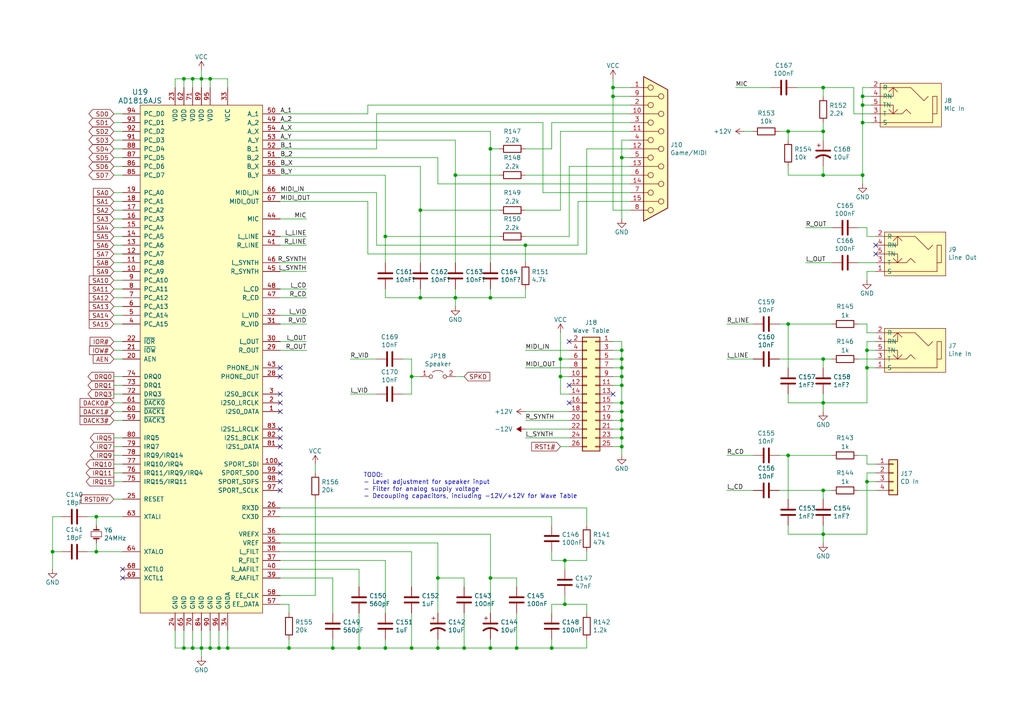
<source format=kicad_sch>
(kicad_sch (version 20231120) (generator "eeschema") (generator_version "8.0")
  (paper "A4")
  (title_block (title "PC110"))
  (junction (at 83.82 187.96))
  (junction (at 55.88 22.86))
  (junction (at 111.76 187.96))
  (junction (at 27.94 160.02))
  (junction (at 142.24 86.36))
  (junction (at 238.76 38.1))
  (junction (at 251.46 106.68))
  (junction (at 63.5 187.96))
  (junction (at 55.88 187.96))
  (junction (at 15.24 160.02))
  (junction (at 180.34 119.38))
  (junction (at 177.8 25.4))
  (junction (at 163.83 175.26))
  (junction (at 180.34 121.92))
  (junction (at 180.34 104.14))
  (junction (at 238.76 154.94))
  (junction (at 180.34 116.84))
  (junction (at 238.76 116.84))
  (junction (at 53.34 187.96))
  (junction (at 104.14 187.96))
  (junction (at 58.42 22.86))
  (junction (at 162.56 104.14))
  (junction (at 111.76 68.58))
  (junction (at 121.92 86.36))
  (junction (at 142.24 167.64))
  (junction (at 96.52 187.96))
  (junction (at 66.04 187.96))
  (junction (at 58.42 187.96))
  (junction (at 27.94 149.86))
  (junction (at 142.24 43.18))
  (junction (at 251.46 139.7))
  (junction (at 127 187.96))
  (junction (at 250.19 50.8))
  (junction (at 177.8 27.94))
  (junction (at 60.96 187.96))
  (junction (at 228.6 132.08))
  (junction (at 60.96 22.86))
  (junction (at 160.02 187.96))
  (junction (at 238.76 25.4))
  (junction (at 180.34 124.46))
  (junction (at 251.46 101.6))
  (junction (at 163.83 162.56))
  (junction (at 180.34 127))
  (junction (at 149.86 187.96))
  (junction (at 134.62 187.96))
  (junction (at 180.34 101.6))
  (junction (at 142.24 187.96))
  (junction (at 121.92 60.96))
  (junction (at 162.56 109.22))
  (junction (at 119.38 109.22))
  (junction (at 180.34 109.22))
  (junction (at 238.76 104.14))
  (junction (at 180.34 111.76))
  (junction (at 180.34 45.72))
  (junction (at 132.08 50.8))
  (junction (at 180.34 129.54))
  (junction (at 250.19 30.48))
  (junction (at 238.76 142.24))
  (junction (at 250.19 35.56))
  (junction (at 238.76 50.8))
  (junction (at 127 167.64))
  (junction (at 250.19 27.94))
  (junction (at 228.6 93.98))
  (junction (at 119.38 187.96))
  (junction (at 53.34 22.86))
  (junction (at 180.34 106.68))
  (junction (at 132.08 86.36))
  (junction (at 152.4 71.12))
  (junction (at 228.6 38.1))
  (no_connect (at 165.1 99.06))
  (no_connect (at 81.28 119.38))
  (no_connect (at 165.1 116.84))
  (no_connect (at 35.56 165.1))
  (no_connect (at 254 73.66))
  (no_connect (at 81.28 142.24))
  (no_connect (at 35.56 167.64))
  (no_connect (at 81.28 114.3))
  (no_connect (at 254 71.12))
  (no_connect (at 81.28 106.68))
  (no_connect (at 165.1 111.76))
  (no_connect (at 81.28 116.84))
  (no_connect (at 81.28 137.16))
  (no_connect (at 81.28 134.62))
  (no_connect (at 81.28 139.7))
  (no_connect (at 177.8 114.3))
  (no_connect (at 81.28 129.54))
  (no_connect (at 81.28 124.46))
  (no_connect (at 81.28 109.22))
  (no_connect (at 81.28 127))
  (wire (pts (xy 160.02 160.02) (xy 160.02 162.56)))
  (wire (pts (xy 33.02 58.42) (xy 35.56 58.42)))
  (wire (pts (xy 142.24 86.36) (xy 152.4 86.36)))
  (wire (pts (xy 96.52 187.96) (xy 104.14 187.96)))
  (wire (pts (xy 238.76 116.84) (xy 238.76 119.38)))
  (wire (pts (xy 132.08 109.22) (xy 134.62 109.22)))
  (wire (pts (xy 160.02 187.96) (xy 149.86 187.96)))
  (wire (pts (xy 152.4 71.12) (xy 152.4 76.2)))
  (wire (pts (xy 111.76 50.8) (xy 111.76 68.58)))
  (wire (pts (xy 254 96.52) (xy 251.46 96.52)))
  (wire (pts (xy 170.18 43.18) (xy 182.88 43.18)))
  (wire (pts (xy 109.22 114.3) (xy 101.6 114.3)))
  (wire (pts (xy 55.88 22.86) (xy 58.42 22.86)))
  (wire (pts (xy 177.8 119.38) (xy 180.34 119.38)))
  (wire (pts (xy 180.34 45.72) (xy 180.34 63.5)))
  (wire (pts (xy 228.6 50.8) (xy 228.6 48.26)))
  (wire (pts (xy 111.76 86.36) (xy 121.92 86.36)))
  (wire (pts (xy 160.02 43.18) (xy 160.02 35.56)))
  (wire (pts (xy 238.76 48.26) (xy 238.76 50.8)))
  (wire (pts (xy 60.96 22.86) (xy 60.96 25.4)))
  (wire (pts (xy 81.28 149.86) (xy 160.02 149.86)))
  (wire (pts (xy 254 142.24) (xy 248.92 142.24)))
  (wire (pts (xy 81.28 35.56) (xy 157.48 35.56)))
  (wire (pts (xy 111.76 162.56) (xy 111.76 177.8)))
  (wire (pts (xy 254 101.6) (xy 251.46 101.6)))
  (wire (pts (xy 96.52 167.64) (xy 96.52 177.8)))
  (wire (pts (xy 33.02 33.02) (xy 35.56 33.02)))
  (wire (pts (xy 165.1 127) (xy 152.4 127)))
  (wire (pts (xy 170.18 175.26) (xy 170.18 177.8)))
  (wire (pts (xy 238.76 25.4) (xy 247.65 25.4)))
  (wire (pts (xy 250.19 30.48) (xy 250.19 27.94)))
  (wire (pts (xy 170.18 73.66) (xy 170.18 43.18)))
  (wire (pts (xy 251.46 66.04) (xy 248.92 66.04)))
  (wire (pts (xy 127 157.48) (xy 127 167.64)))
  (wire (pts (xy 104.14 165.1) (xy 104.14 170.18)))
  (wire (pts (xy 182.88 30.48) (xy 106.68 30.48)))
  (wire (pts (xy 27.94 160.02) (xy 27.94 157.48)))
  (wire (pts (xy 58.42 182.88) (xy 58.42 187.96)))
  (wire (pts (xy 254 139.7) (xy 251.46 139.7)))
  (wire (pts (xy 119.38 187.96) (xy 127 187.96)))
  (wire (pts (xy 81.28 165.1) (xy 104.14 165.1)))
  (wire (pts (xy 132.08 40.64) (xy 132.08 50.8)))
  (wire (pts (xy 177.8 27.94) (xy 177.8 60.96)))
  (wire (pts (xy 127 45.72) (xy 127 53.34)))
  (wire (pts (xy 162.56 96.52) (xy 162.56 104.14)))
  (wire (pts (xy 247.65 33.02) (xy 252.73 33.02)))
  (wire (pts (xy 33.02 144.78) (xy 35.56 144.78)))
  (wire (pts (xy 60.96 182.88) (xy 60.96 187.96)))
  (wire (pts (xy 109.22 104.14) (xy 101.6 104.14)))
  (wire (pts (xy 157.48 35.56) (xy 157.48 55.88)))
  (wire (pts (xy 251.46 96.52) (xy 251.46 93.98)))
  (wire (pts (xy 170.18 147.32) (xy 81.28 147.32)))
  (wire (pts (xy 60.96 22.86) (xy 66.04 22.86)))
  (wire (pts (xy 142.24 154.94) (xy 142.24 167.64)))
  (wire (pts (xy 25.4 149.86) (xy 27.94 149.86)))
  (wire (pts (xy 165.1 121.92) (xy 152.4 121.92)))
  (wire (pts (xy 121.92 48.26) (xy 121.92 60.96)))
  (wire (pts (xy 15.24 149.86) (xy 17.78 149.86)))
  (wire (pts (xy 149.86 187.96) (xy 149.86 177.8)))
  (wire (pts (xy 81.28 40.64) (xy 132.08 40.64)))
  (wire (pts (xy 81.28 63.5) (xy 88.9 63.5)))
  (wire (pts (xy 81.28 101.6) (xy 88.9 101.6)))
  (wire (pts (xy 228.6 93.98) (xy 241.3 93.98)))
  (wire (pts (xy 218.44 93.98) (xy 210.82 93.98)))
  (wire (pts (xy 25.4 160.02) (xy 27.94 160.02)))
  (wire (pts (xy 177.8 101.6) (xy 180.34 101.6)))
  (wire (pts (xy 142.24 43.18) (xy 142.24 76.2)))
  (wire (pts (xy 111.76 187.96) (xy 119.38 187.96)))
  (wire (pts (xy 33.02 81.28) (xy 35.56 81.28)))
  (wire (pts (xy 55.88 22.86) (xy 55.88 25.4)))
  (wire (pts (xy 27.94 149.86) (xy 27.94 152.4)))
  (wire (pts (xy 60.96 187.96) (xy 63.5 187.96)))
  (wire (pts (xy 163.83 162.56) (xy 170.18 162.56)))
  (wire (pts (xy 81.28 58.42) (xy 106.68 58.42)))
  (wire (pts (xy 132.08 50.8) (xy 144.78 50.8)))
  (wire (pts (xy 81.28 93.98) (xy 88.9 93.98)))
  (wire (pts (xy 33.02 78.74) (xy 35.56 78.74)))
  (wire (pts (xy 104.14 187.96) (xy 111.76 187.96)))
  (wire (pts (xy 142.24 187.96) (xy 149.86 187.96)))
  (wire (pts (xy 238.76 152.4) (xy 238.76 154.94)))
  (wire (pts (xy 27.94 160.02) (xy 35.56 160.02)))
  (wire (pts (xy 121.92 109.22) (xy 119.38 109.22)))
  (wire (pts (xy 228.6 132.08) (xy 241.3 132.08)))
  (wire (pts (xy 111.76 68.58) (xy 111.76 76.2)))
  (wire (pts (xy 33.02 121.92) (xy 35.56 121.92)))
  (wire (pts (xy 58.42 187.96) (xy 58.42 190.5)))
  (wire (pts (xy 109.22 33.02) (xy 182.88 33.02)))
  (wire (pts (xy 33.02 66.04) (xy 35.56 66.04)))
  (wire (pts (xy 149.86 167.64) (xy 149.86 170.18)))
  (wire (pts (xy 238.76 154.94) (xy 238.76 157.48)))
  (wire (pts (xy 254 76.2) (xy 248.92 76.2)))
  (wire (pts (xy 127 167.64) (xy 127 177.8)))
  (wire (pts (xy 180.34 111.76) (xy 180.34 116.84)))
  (wire (pts (xy 177.8 25.4) (xy 177.8 27.94)))
  (wire (pts (xy 177.8 104.14) (xy 180.34 104.14)))
  (wire (pts (xy 152.4 43.18) (xy 160.02 43.18)))
  (wire (pts (xy 177.8 129.54) (xy 180.34 129.54)))
  (wire (pts (xy 177.8 25.4) (xy 177.8 22.86)))
  (wire (pts (xy 127 187.96) (xy 134.62 187.96)))
  (wire (pts (xy 162.56 129.54) (xy 165.1 129.54)))
  (wire (pts (xy 182.88 25.4) (xy 177.8 25.4)))
  (wire (pts (xy 127 185.42) (xy 127 187.96)))
  (wire (pts (xy 33.02 50.8) (xy 35.56 50.8)))
  (wire (pts (xy 15.24 160.02) (xy 15.24 149.86)))
  (wire (pts (xy 33.02 86.36) (xy 35.56 86.36)))
  (wire (pts (xy 163.83 175.26) (xy 170.18 175.26)))
  (wire (pts (xy 33.02 73.66) (xy 35.56 73.66)))
  (wire (pts (xy 33.02 99.06) (xy 35.56 99.06)))
  (wire (pts (xy 33.02 109.22) (xy 35.56 109.22)))
  (wire (pts (xy 132.08 50.8) (xy 132.08 76.2)))
  (wire (pts (xy 251.46 106.68) (xy 251.46 116.84)))
  (wire (pts (xy 152.4 60.96) (xy 162.56 60.96)))
  (wire (pts (xy 180.34 121.92) (xy 180.34 124.46)))
  (wire (pts (xy 127 167.64) (xy 134.62 167.64)))
  (wire (pts (xy 167.64 58.42) (xy 167.64 71.12)))
  (wire (pts (xy 254 78.74) (xy 251.46 78.74)))
  (wire (pts (xy 177.8 60.96) (xy 182.88 60.96)))
  (wire (pts (xy 33.02 38.1) (xy 35.56 38.1)))
  (wire (pts (xy 121.92 83.82) (xy 121.92 86.36)))
  (wire (pts (xy 162.56 104.14) (xy 165.1 104.14)))
  (wire (pts (xy 63.5 182.88) (xy 63.5 187.96)))
  (wire (pts (xy 228.6 114.3) (xy 228.6 116.84)))
  (wire (pts (xy 83.82 185.42) (xy 83.82 187.96)))
  (wire (pts (xy 55.88 182.88) (xy 55.88 187.96)))
  (wire (pts (xy 83.82 175.26) (xy 83.82 177.8)))
  (wire (pts (xy 81.28 50.8) (xy 111.76 50.8)))
  (wire (pts (xy 33.02 119.38) (xy 35.56 119.38)))
  (wire (pts (xy 251.46 68.58) (xy 251.46 66.04)))
  (wire (pts (xy 160.02 175.26) (xy 163.83 175.26)))
  (wire (pts (xy 119.38 109.22) (xy 119.38 114.3)))
  (wire (pts (xy 33.02 68.58) (xy 35.56 68.58)))
  (wire (pts (xy 250.19 27.94) (xy 252.73 27.94)))
  (wire (pts (xy 111.76 185.42) (xy 111.76 187.96)))
  (wire (pts (xy 58.42 25.4) (xy 58.42 22.86)))
  (wire (pts (xy 119.38 160.02) (xy 119.38 170.18)))
  (wire (pts (xy 111.76 83.82) (xy 111.76 86.36)))
  (wire (pts (xy 111.76 68.58) (xy 144.78 68.58)))
  (wire (pts (xy 177.8 116.84) (xy 180.34 116.84)))
  (wire (pts (xy 58.42 22.86) (xy 60.96 22.86)))
  (wire (pts (xy 58.42 22.86) (xy 58.42 20.32)))
  (wire (pts (xy 83.82 187.96) (xy 66.04 187.96)))
  (wire (pts (xy 251.46 134.62) (xy 251.46 132.08)))
  (wire (pts (xy 170.18 187.96) (xy 170.18 185.42)))
  (wire (pts (xy 241.3 142.24) (xy 238.76 142.24)))
  (wire (pts (xy 160.02 185.42) (xy 160.02 187.96)))
  (wire (pts (xy 228.6 38.1) (xy 238.76 38.1)))
  (wire (pts (xy 81.28 172.72) (xy 91.44 172.72)))
  (wire (pts (xy 17.78 160.02) (xy 15.24 160.02)))
  (wire (pts (xy 81.28 83.82) (xy 88.9 83.82)))
  (wire (pts (xy 81.28 48.26) (xy 121.92 48.26)))
  (wire (pts (xy 180.34 129.54) (xy 180.34 132.08)))
  (wire (pts (xy 177.8 109.22) (xy 180.34 109.22)))
  (wire (pts (xy 81.28 55.88) (xy 109.22 55.88)))
  (wire (pts (xy 182.88 58.42) (xy 167.64 58.42)))
  (wire (pts (xy 250.19 25.4) (xy 252.73 25.4)))
  (wire (pts (xy 160.02 149.86) (xy 160.02 152.4)))
  (wire (pts (xy 238.76 116.84) (xy 251.46 116.84)))
  (wire (pts (xy 250.19 30.48) (xy 250.19 35.56)))
  (wire (pts (xy 165.1 68.58) (xy 165.1 48.26)))
  (wire (pts (xy 177.8 121.92) (xy 180.34 121.92)))
  (wire (pts (xy 254 99.06) (xy 251.46 99.06)))
  (wire (pts (xy 109.22 71.12) (xy 109.22 55.88)))
  (wire (pts (xy 228.6 93.98) (xy 228.6 106.68)))
  (wire (pts (xy 251.46 101.6) (xy 251.46 106.68)))
  (wire (pts (xy 250.19 27.94) (xy 250.19 25.4)))
  (wire (pts (xy 33.02 71.12) (xy 35.56 71.12)))
  (wire (pts (xy 33.02 139.7) (xy 35.56 139.7)))
  (wire (pts (xy 53.34 187.96) (xy 55.88 187.96)))
  (wire (pts (xy 15.24 160.02) (xy 15.24 165.1)))
  (wire (pts (xy 238.76 25.4) (xy 238.76 27.94)))
  (wire (pts (xy 238.76 114.3) (xy 238.76 116.84)))
  (wire (pts (xy 177.8 27.94) (xy 182.88 27.94)))
  (wire (pts (xy 238.76 35.56) (xy 238.76 38.1)))
  (wire (pts (xy 241.3 66.04) (xy 233.68 66.04)))
  (wire (pts (xy 96.52 187.96) (xy 83.82 187.96)))
  (wire (pts (xy 81.28 86.36) (xy 88.9 86.36)))
  (wire (pts (xy 180.34 124.46) (xy 180.34 127)))
  (wire (pts (xy 226.06 38.1) (xy 228.6 38.1)))
  (wire (pts (xy 165.1 106.68) (xy 152.4 106.68)))
  (wire (pts (xy 170.18 152.4) (xy 170.18 147.32)))
  (wire (pts (xy 165.1 119.38) (xy 152.4 119.38)))
  (wire (pts (xy 170.18 162.56) (xy 170.18 160.02)))
  (wire (pts (xy 180.34 106.68) (xy 180.34 109.22)))
  (wire (pts (xy 81.28 38.1) (xy 142.24 38.1)))
  (wire (pts (xy 33.02 43.18) (xy 35.56 43.18)))
  (wire (pts (xy 252.73 35.56) (xy 250.19 35.56)))
  (wire (pts (xy 33.02 111.76) (xy 35.56 111.76)))
  (wire (pts (xy 157.48 55.88) (xy 182.88 55.88)))
  (wire (pts (xy 160.02 162.56) (xy 163.83 162.56)))
  (wire (pts (xy 251.46 99.06) (xy 251.46 101.6)))
  (wire (pts (xy 165.1 101.6) (xy 152.4 101.6)))
  (wire (pts (xy 152.4 50.8) (xy 182.88 50.8)))
  (wire (pts (xy 152.4 86.36) (xy 152.4 83.82)))
  (wire (pts (xy 33.02 63.5) (xy 35.56 63.5)))
  (wire (pts (xy 81.28 45.72) (xy 127 45.72)))
  (wire (pts (xy 142.24 38.1) (xy 142.24 43.18)))
  (wire (pts (xy 238.76 38.1) (xy 238.76 40.64)))
  (wire (pts (xy 50.8 182.88) (xy 50.8 187.96)))
  (wire (pts (xy 218.44 132.08) (xy 210.82 132.08)))
  (wire (pts (xy 116.84 104.14) (xy 119.38 104.14)))
  (wire (pts (xy 251.46 78.74) (xy 251.46 81.28)))
  (wire (pts (xy 33.02 137.16) (xy 35.56 137.16)))
  (wire (pts (xy 33.02 55.88) (xy 35.56 55.88)))
  (wire (pts (xy 228.6 116.84) (xy 238.76 116.84)))
  (wire (pts (xy 134.62 187.96) (xy 134.62 177.8)))
  (wire (pts (xy 142.24 43.18) (xy 144.78 43.18)))
  (wire (pts (xy 160.02 177.8) (xy 160.02 175.26)))
  (wire (pts (xy 180.34 119.38) (xy 180.34 121.92)))
  (wire (pts (xy 218.44 104.14) (xy 210.82 104.14)))
  (wire (pts (xy 254 68.58) (xy 251.46 68.58)))
  (wire (pts (xy 162.56 60.96) (xy 162.56 38.1)))
  (wire (pts (xy 238.76 50.8) (xy 250.19 50.8)))
  (wire (pts (xy 132.08 86.36) (xy 142.24 86.36)))
  (wire (pts (xy 180.34 109.22) (xy 180.34 111.76)))
  (wire (pts (xy 163.83 175.26) (xy 163.83 172.72)))
  (wire (pts (xy 66.04 22.86) (xy 66.04 25.4)))
  (wire (pts (xy 162.56 109.22) (xy 165.1 109.22)))
  (wire (pts (xy 91.44 172.72) (xy 91.44 144.78)))
  (wire (pts (xy 81.28 167.64) (xy 96.52 167.64)))
  (wire (pts (xy 33.02 83.82) (xy 35.56 83.82)))
  (wire (pts (xy 132.08 86.36) (xy 132.08 88.9)))
  (wire (pts (xy 254 134.62) (xy 251.46 134.62)))
  (wire (pts (xy 247.65 25.4) (xy 247.65 33.02)))
  (wire (pts (xy 33.02 132.08) (xy 35.56 132.08)))
  (wire (pts (xy 106.68 73.66) (xy 170.18 73.66)))
  (wire (pts (xy 177.8 99.06) (xy 180.34 99.06)))
  (wire (pts (xy 152.4 71.12) (xy 109.22 71.12)))
  (wire (pts (xy 238.76 104.14) (xy 238.76 106.68)))
  (wire (pts (xy 165.1 124.46) (xy 152.4 124.46)))
  (wire (pts (xy 119.38 177.8) (xy 119.38 187.96)))
  (wire (pts (xy 226.06 93.98) (xy 228.6 93.98)))
  (wire (pts (xy 177.8 106.68) (xy 180.34 106.68)))
  (wire (pts (xy 228.6 40.64) (xy 228.6 38.1)))
  (wire (pts (xy 177.8 127) (xy 180.34 127)))
  (wire (pts (xy 254 104.14) (xy 248.92 104.14)))
  (wire (pts (xy 81.28 157.48) (xy 127 157.48)))
  (wire (pts (xy 33.02 129.54) (xy 35.56 129.54)))
  (wire (pts (xy 81.28 162.56) (xy 111.76 162.56)))
  (wire (pts (xy 218.44 142.24) (xy 210.82 142.24)))
  (wire (pts (xy 119.38 114.3) (xy 116.84 114.3)))
  (wire (pts (xy 248.92 93.98) (xy 251.46 93.98)))
  (wire (pts (xy 81.28 99.06) (xy 88.9 99.06)))
  (wire (pts (xy 81.28 91.44) (xy 88.9 91.44)))
  (wire (pts (xy 33.02 35.56) (xy 35.56 35.56)))
  (wire (pts (xy 33.02 116.84) (xy 35.56 116.84)))
  (wire (pts (xy 81.28 71.12) (xy 88.9 71.12)))
  (wire (pts (xy 180.34 127) (xy 180.34 129.54)))
  (wire (pts (xy 167.64 71.12) (xy 152.4 71.12)))
  (wire (pts (xy 182.88 45.72) (xy 180.34 45.72)))
  (wire (pts (xy 121.92 60.96) (xy 144.78 60.96)))
  (wire (pts (xy 33.02 104.14) (xy 35.56 104.14)))
  (wire (pts (xy 81.28 78.74) (xy 88.9 78.74)))
  (wire (pts (xy 162.56 38.1) (xy 182.88 38.1)))
  (wire (pts (xy 81.28 68.58) (xy 88.9 68.58)))
  (wire (pts (xy 251.46 137.16) (xy 251.46 139.7)))
  (wire (pts (xy 55.88 187.96) (xy 58.42 187.96)))
  (wire (pts (xy 180.34 101.6) (xy 180.34 104.14)))
  (wire (pts (xy 109.22 43.18) (xy 109.22 33.02)))
  (wire (pts (xy 142.24 185.42) (xy 142.24 187.96)))
  (wire (pts (xy 121.92 76.2) (xy 121.92 60.96)))
  (wire (pts (xy 238.76 142.24) (xy 226.06 142.24)))
  (wire (pts (xy 63.5 187.96) (xy 66.04 187.96)))
  (wire (pts (xy 33.02 48.26) (xy 35.56 48.26)))
  (wire (pts (xy 238.76 142.24) (xy 238.76 144.78)))
  (wire (pts (xy 228.6 152.4) (xy 228.6 154.94)))
  (wire (pts (xy 218.44 38.1) (xy 215.9 38.1)))
  (wire (pts (xy 91.44 137.16) (xy 91.44 134.62)))
  (wire (pts (xy 238.76 104.14) (xy 226.06 104.14)))
  (wire (pts (xy 142.24 167.64) (xy 149.86 167.64)))
  (wire (pts (xy 106.68 30.48) (xy 106.68 33.02)))
  (wire (pts (xy 250.19 35.56) (xy 250.19 50.8)))
  (wire (pts (xy 104.14 177.8) (xy 104.14 187.96)))
  (wire (pts (xy 142.24 167.64) (xy 142.24 177.8)))
  (wire (pts (xy 27.94 149.86) (xy 35.56 149.86)))
  (wire (pts (xy 121.92 86.36) (xy 132.08 86.36)))
  (wire (pts (xy 254 137.16) (xy 251.46 137.16)))
  (wire (pts (xy 33.02 101.6) (xy 35.56 101.6)))
  (wire (pts (xy 254 106.68) (xy 251.46 106.68)))
  (wire (pts (xy 33.02 91.44) (xy 35.56 91.44)))
  (wire (pts (xy 241.3 104.14) (xy 238.76 104.14)))
  (wire (pts (xy 241.3 76.2) (xy 233.68 76.2)))
  (wire (pts (xy 81.28 160.02) (xy 119.38 160.02)))
  (wire (pts (xy 252.73 30.48) (xy 250.19 30.48)))
  (wire (pts (xy 33.02 40.64) (xy 35.56 40.64)))
  (wire (pts (xy 33.02 134.62) (xy 35.56 134.62)))
  (wire (pts (xy 81.28 175.26) (xy 83.82 175.26)))
  (wire (pts (xy 33.02 127) (xy 35.56 127)))
  (wire (pts (xy 160.02 35.56) (xy 182.88 35.56)))
  (wire (pts (xy 223.52 25.4) (xy 213.36 25.4)))
  (wire (pts (xy 226.06 132.08) (xy 228.6 132.08)))
  (wire (pts (xy 177.8 124.46) (xy 180.34 124.46)))
  (wire (pts (xy 127 53.34) (xy 182.88 53.34)))
  (wire (pts (xy 182.88 40.64) (xy 180.34 40.64)))
  (wire (pts (xy 228.6 132.08) (xy 228.6 144.78)))
  (wire (pts (xy 238.76 25.4) (xy 231.14 25.4)))
  (wire (pts (xy 33.02 114.3) (xy 35.56 114.3)))
  (wire (pts (xy 106.68 58.42) (xy 106.68 73.66)))
  (wire (pts (xy 33.02 60.96) (xy 35.56 60.96)))
  (wire (pts (xy 162.56 104.14) (xy 162.56 109.22)))
  (wire (pts (xy 152.4 68.58) (xy 165.1 68.58)))
  (wire (pts (xy 81.28 43.18) (xy 109.22 43.18)))
  (wire (pts (xy 180.34 104.14) (xy 180.34 106.68)))
  (wire (pts (xy 132.08 83.82) (xy 132.08 86.36)))
  (wire (pts (xy 66.04 187.96) (xy 66.04 182.88)))
  (wire (pts (xy 162.56 114.3) (xy 165.1 114.3)))
  (wire (pts (xy 50.8 22.86) (xy 53.34 22.86)))
  (wire (pts (xy 162.56 109.22) (xy 162.56 114.3)))
  (wire (pts (xy 180.34 116.84) (xy 180.34 119.38)))
  (wire (pts (xy 228.6 154.94) (xy 238.76 154.94)))
  (wire (pts (xy 160.02 187.96) (xy 170.18 187.96)))
  (wire (pts (xy 50.8 187.96) (xy 53.34 187.96)))
  (wire (pts (xy 81.28 33.02) (xy 106.68 33.02)))
  (wire (pts (xy 53.34 25.4) (xy 53.34 22.86)))
  (wire (pts (xy 134.62 167.64) (xy 134.62 170.18)))
  (wire (pts (xy 58.42 187.96) (xy 60.96 187.96)))
  (wire (pts (xy 238.76 154.94) (xy 251.46 154.94)))
  (wire (pts (xy 134.62 187.96) (xy 142.24 187.96)))
  (wire (pts (xy 81.28 154.94) (xy 142.24 154.94)))
  (wire (pts (xy 180.34 45.72) (xy 180.34 40.64)))
  (wire (pts (xy 53.34 182.88) (xy 53.34 187.96)))
  (wire (pts (xy 33.02 45.72) (xy 35.56 45.72)))
  (wire (pts (xy 96.52 185.42) (xy 96.52 187.96)))
  (wire (pts (xy 251.46 139.7) (xy 251.46 154.94)))
  (wire (pts (xy 53.34 22.86) (xy 55.88 22.86)))
  (wire (pts (xy 250.19 53.34) (xy 250.19 50.8)))
  (wire (pts (xy 248.92 132.08) (xy 251.46 132.08)))
  (wire (pts (xy 142.24 83.82) (xy 142.24 86.36)))
  (wire (pts (xy 119.38 104.14) (xy 119.38 109.22)))
  (wire (pts (xy 163.83 162.56) (xy 163.83 165.1)))
  (wire (pts (xy 238.76 50.8) (xy 228.6 50.8)))
  (wire (pts (xy 33.02 88.9) (xy 35.56 88.9)))
  (wire (pts (xy 33.02 93.98) (xy 35.56 93.98)))
  (wire (pts (xy 50.8 25.4) (xy 50.8 22.86)))
  (wire (pts (xy 81.28 76.2) (xy 88.9 76.2)))
  (wire (pts (xy 165.1 48.26) (xy 182.88 48.26)))
  (wire (pts (xy 33.02 76.2) (xy 35.56 76.2)))
  (wire (pts (xy 180.34 99.06) (xy 180.34 101.6)))
  (wire (pts (xy 177.8 111.76) (xy 180.34 111.76)))
  (text "TODO:\n- Level adjustment for speaker input\n- Filter for analog supply voltage\n- Decoupling capacitors, including -12V/+12V for Wave Table" (at 105.41 144.78 0) (effects (font (size 1.27 1.27)) (justify left bottom)))
  (label "R_VID" (at 88.9 93.98 180))
  (label "L_CD" (at 88.9 83.82 180))
  (label "MIDI_OUT" (at 152.4 106.68 0))
  (label "A_2" (at 81.28 35.56 0))
  (label "R_SYNTH" (at 88.9 76.2 180))
  (label "L_VID" (at 101.6 114.3 0))
  (label "MIC" (at 88.9 63.5 180))
  (label "R_OUT" (at 233.68 66.04 0))
  (label "L_SYNTH" (at 88.9 78.74 180))
  (label "L_LINE" (at 88.9 68.58 180))
  (label "B_2" (at 81.28 45.72 0))
  (label "MIDI_IN" (at 152.4 101.6 0))
  (label "MIDI_IN" (at 81.28 55.88 0))
  (label "B_1" (at 81.28 43.18 0))
  (label "B_X" (at 81.28 48.26 0))
  (label "R_CD" (at 210.82 132.08 0))
  (label "L_CD" (at 210.82 142.24 0))
  (label "A_X" (at 81.28 38.1 0))
  (label "R_OUT" (at 88.9 101.6 180))
  (label "MIC" (at 213.36 25.4 0))
  (label "A_Y" (at 81.28 40.64 0))
  (label "L_OUT" (at 233.68 76.2 0))
  (label "L_OUT" (at 88.9 99.06 180))
  (label "B_Y" (at 81.28 50.8 0))
  (label "R_LINE" (at 88.9 71.12 180))
  (label "A_1" (at 81.28 33.02 0))
  (label "L_SYNTH" (at 152.4 127 0))
  (label "R_LINE" (at 210.82 93.98 0))
  (label "R_CD" (at 88.9 86.36 180))
  (label "R_VID" (at 101.6 104.14 0))
  (label "R_SYNTH" (at 152.4 121.92 0))
  (label "L_LINE" (at 210.82 104.14 0))
  (label "MIDI_OUT" (at 81.28 58.42 0))
  (label "L_VID" (at 88.9 91.44 180))
  (global_label "SA13" (shape input) (at 33.02 88.9 180) (property "Intersheetrefs" "${INTERSHEET_REFS}" (effects (hide yes))))
  (global_label "SD3" (shape bidirectional) (at 33.02 40.64 180) (property "Intersheetrefs" "${INTERSHEET_REFS}" (effects (hide yes))))
  (global_label "SA5" (shape input) (at 33.02 68.58 180) (property "Intersheetrefs" "${INTERSHEET_REFS}" (effects (hide yes))))
  (global_label "IRQ10" (shape output) (at 33.02 134.62 180) (property "Intersheetrefs" "${INTERSHEET_REFS}" (effects (hide yes))))
  (global_label "IRQ11" (shape output) (at 33.02 137.16 180) (property "Intersheetrefs" "${INTERSHEET_REFS}" (effects (hide yes))))
  (global_label "AEN" (shape input) (at 33.02 104.14 180) (property "Intersheetrefs" "${INTERSHEET_REFS}" (effects (hide yes))))
  (global_label "IRQ7" (shape output) (at 33.02 129.54 180) (property "Intersheetrefs" "${INTERSHEET_REFS}" (effects (hide yes))))
  (global_label "RST1#" (shape input) (at 162.56 129.54 180) (property "Intersheetrefs" "${INTERSHEET_REFS}" (effects (hide yes))))
  (global_label "SA14" (shape input) (at 33.02 91.44 180) (property "Intersheetrefs" "${INTERSHEET_REFS}" (effects (hide yes))))
  (global_label "SD5" (shape bidirectional) (at 33.02 45.72 180) (property "Intersheetrefs" "${INTERSHEET_REFS}" (effects (hide yes))))
  (global_label "SD1" (shape bidirectional) (at 33.02 35.56 180) (property "Intersheetrefs" "${INTERSHEET_REFS}" (effects (hide yes))))
  (global_label "SA4" (shape input) (at 33.02 66.04 180) (property "Intersheetrefs" "${INTERSHEET_REFS}" (effects (hide yes))))
  (global_label "IOR#" (shape input) (at 33.02 99.06 180) (property "Intersheetrefs" "${INTERSHEET_REFS}" (effects (hide yes))))
  (global_label "SA6" (shape input) (at 33.02 71.12 180) (property "Intersheetrefs" "${INTERSHEET_REFS}" (effects (hide yes))))
  (global_label "DACK3#" (shape input) (at 33.02 121.92 180) (property "Intersheetrefs" "${INTERSHEET_REFS}" (effects (hide yes))))
  (global_label "SA1" (shape input) (at 33.02 58.42 180) (property "Intersheetrefs" "${INTERSHEET_REFS}" (effects (hide yes))))
  (global_label "DRQ3" (shape output) (at 33.02 114.3 180) (property "Intersheetrefs" "${INTERSHEET_REFS}" (effects (hide yes))))
  (global_label "SD2" (shape bidirectional) (at 33.02 38.1 180) (property "Intersheetrefs" "${INTERSHEET_REFS}" (effects (hide yes))))
  (global_label "SA0" (shape input) (at 33.02 55.88 180) (property "Intersheetrefs" "${INTERSHEET_REFS}" (effects (hide yes))))
  (global_label "SA10" (shape input) (at 33.02 81.28 180) (property "Intersheetrefs" "${INTERSHEET_REFS}" (effects (hide yes))))
  (global_label "SA8" (shape input) (at 33.02 76.2 180) (property "Intersheetrefs" "${INTERSHEET_REFS}" (effects (hide yes))))
  (global_label "SA11" (shape input) (at 33.02 83.82 180) (property "Intersheetrefs" "${INTERSHEET_REFS}" (effects (hide yes))))
  (global_label "DRQ1" (shape output) (at 33.02 111.76 180) (property "Intersheetrefs" "${INTERSHEET_REFS}" (effects (hide yes))))
  (global_label "SD7" (shape bidirectional) (at 33.02 50.8 180) (property "Intersheetrefs" "${INTERSHEET_REFS}" (effects (hide yes))))
  (global_label "SA9" (shape input) (at 33.02 78.74 180) (property "Intersheetrefs" "${INTERSHEET_REFS}" (effects (hide yes))))
  (global_label "SA3" (shape input) (at 33.02 63.5 180) (property "Intersheetrefs" "${INTERSHEET_REFS}" (effects (hide yes))))
  (global_label "SA12" (shape input) (at 33.02 86.36 180) (property "Intersheetrefs" "${INTERSHEET_REFS}" (effects (hide yes))))
  (global_label "DACK0#" (shape input) (at 33.02 116.84 180) (property "Intersheetrefs" "${INTERSHEET_REFS}" (effects (hide yes))))
  (global_label "IRQ5" (shape output) (at 33.02 127 180) (property "Intersheetrefs" "${INTERSHEET_REFS}" (effects (hide yes))))
  (global_label "RSTDRV" (shape input) (at 33.02 144.78 180) (property "Intersheetrefs" "${INTERSHEET_REFS}" (effects (hide yes))))
  (global_label "SA15" (shape input) (at 33.02 93.98 180) (property "Intersheetrefs" "${INTERSHEET_REFS}" (effects (hide yes))))
  (global_label "SPKD" (shape input) (at 134.62 109.22 0) (property "Intersheetrefs" "${INTERSHEET_REFS}" (effects (hide yes))))
  (global_label "SA7" (shape input) (at 33.02 73.66 180) (property "Intersheetrefs" "${INTERSHEET_REFS}" (effects (hide yes))))
  (global_label "IRQ15" (shape output) (at 33.02 139.7 180) (property "Intersheetrefs" "${INTERSHEET_REFS}" (effects (hide yes))))
  (global_label "SD6" (shape bidirectional) (at 33.02 48.26 180) (property "Intersheetrefs" "${INTERSHEET_REFS}" (effects (hide yes))))
  (global_label "SA2" (shape input) (at 33.02 60.96 180) (property "Intersheetrefs" "${INTERSHEET_REFS}" (effects (hide yes))))
  (global_label "IRQ9" (shape output) (at 33.02 132.08 180) (property "Intersheetrefs" "${INTERSHEET_REFS}" (effects (hide yes))))
  (global_label "SD0" (shape bidirectional) (at 33.02 33.02 180) (property "Intersheetrefs" "${INTERSHEET_REFS}" (effects (hide yes))))
  (global_label "DRQ0" (shape output) (at 33.02 109.22 180) (property "Intersheetrefs" "${INTERSHEET_REFS}" (effects (hide yes))))
  (global_label "SD4" (shape bidirectional) (at 33.02 43.18 180) (property "Intersheetrefs" "${INTERSHEET_REFS}" (effects (hide yes))))
  (global_label "DACK1#" (shape input) (at 33.02 119.38 180) (property "Intersheetrefs" "${INTERSHEET_REFS}" (effects (hide yes))))
  (global_label "IOW#" (shape input) (at 33.02 101.6 180) (property "Intersheetrefs" "${INTERSHEET_REFS}" (effects (hide yes))))
  (symbol (lib_id "my_components:AD1816AJS") (at 58.42 81.28 0) (unit 1)
    (property "Reference" "U19" (at 40.64 26.67 0) (effects (font (size 1.524 1.524))))
    (property "Value" "AD1816AJS" (at 40.64 29.21 0) (effects (font (size 1.524 1.524))))
    (property "Footprint" "My_Components:IC_PQFP-100_14x20mm_P0.65mm_Hand_Soldering" (effects (hide yes)))
  )
  (symbol (lib_id "power:VCC") (at 58.42 20.32 0) (unit 1)
    (property "Reference" "#PWR0401" (effects (hide yes)))
    (property "Value" "VCC" (at 58.42 16.51 0))
  )
  (symbol (lib_id "power:GND") (at 58.42 190.5 0) (unit 1)
    (property "Reference" "#PWR0402" (effects (hide yes)))
    (property "Value" "GND" (at 58.42 194.31 0))
  )
  (symbol (lib_id "Device:Crystal_Small") (at 27.94 154.94 270) (unit 1)
    (property "Reference" "Y6" (at 30.1752 153.7716 90) (effects (justify left)))
    (property "Value" "24MHz" (at 30.1752 156.083 90) (effects (justify left)))
    (property "Footprint" "My_Components:Crystal_HC-49U_Vert" (effects (hide yes)))
  )
  (symbol (lib_id "Device:C") (at 21.59 149.86 270) (unit 1)
    (property "Reference" "C140" (at 21.59 143.4592 90))
    (property "Value" "18pF" (at 21.59 145.7706 90))
    (property "Footprint" "Capacitor_SMD:C_0603_1608Metric_Pad1.08x0.95mm_HandSolder" (effects (hide yes)))
  )
  (symbol (lib_id "power:GND") (at 15.24 165.1 0) (unit 1)
    (property "Reference" "#PWR0403" (effects (hide yes)))
    (property "Value" "GND" (at 15.24 168.91 0))
  )
  (symbol (lib_id "Device:C") (at 21.59 160.02 270) (unit 1)
    (property "Reference" "C141" (at 21.59 153.6192 90))
    (property "Value" "18pF" (at 21.59 155.9306 90))
    (property "Footprint" "Capacitor_SMD:C_0603_1608Metric_Pad1.08x0.95mm_HandSolder" (effects (hide yes)))
  )
  (symbol (lib_id "Device:C_Polarized_US") (at 127 181.61 0) (unit 1)
    (property "Reference" "C142" (at 129.921 180.4416 0) (effects (justify left)))
    (property "Value" "10uF" (at 129.921 182.753 0) (effects (justify left)))
    (property "Footprint" "Capacitor_THT:CP_Radial_D5.0mm_P2.00mm" (effects (hide yes)))
  )
  (symbol (lib_id "Device:C") (at 134.62 173.99 0) (unit 1)
    (property "Reference" "C143" (at 137.541 172.8216 0) (effects (justify left)))
    (property "Value" "100nF" (at 137.541 175.133 0) (effects (justify left)))
    (property "Footprint" "Capacitor_SMD:C_0603_1608Metric_Pad1.08x0.95mm_HandSolder" (effects (hide yes)))
  )
  (symbol (lib_id "Device:C_Polarized_US") (at 142.24 181.61 0) (unit 1)
    (property "Reference" "C144" (at 145.161 180.4416 0) (effects (justify left)))
    (property "Value" "10uF" (at 145.161 182.753 0) (effects (justify left)))
    (property "Footprint" "Capacitor_THT:CP_Radial_D5.0mm_P2.00mm" (effects (hide yes)))
  )
  (symbol (lib_id "Device:C") (at 149.86 173.99 0) (unit 1)
    (property "Reference" "C145" (at 152.781 172.8216 0) (effects (justify left)))
    (property "Value" "100nF" (at 152.781 175.133 0) (effects (justify left)))
    (property "Footprint" "Capacitor_SMD:C_0603_1608Metric_Pad1.08x0.95mm_HandSolder" (effects (hide yes)))
  )
  (symbol (lib_id "Device:C") (at 160.02 156.21 0) (unit 1)
    (property "Reference" "C146" (at 162.941 155.0416 0) (effects (justify left)))
    (property "Value" "100nF" (at 162.941 157.353 0) (effects (justify left)))
    (property "Footprint" "Capacitor_SMD:C_0603_1608Metric_Pad1.08x0.95mm_HandSolder" (effects (hide yes)))
  )
  (symbol (lib_id "Device:R") (at 170.18 156.21 0) (unit 1)
    (property "Reference" "R141" (at 171.958 155.0416 0) (effects (justify left)))
    (property "Value" "47k" (at 171.958 157.353 0) (effects (justify left)))
    (property "Footprint" "Resistor_SMD:R_0612_1632Metric_Pad1.18x3.40mm_HandSolder" (effects (hide yes)))
  )
  (symbol (lib_id "Device:C") (at 163.83 168.91 0) (unit 1)
    (property "Reference" "C147" (at 166.751 167.7416 0) (effects (justify left)))
    (property "Value" "47nF" (at 166.751 170.053 0) (effects (justify left)))
    (property "Footprint" "Capacitor_SMD:C_0603_1608Metric_Pad1.08x0.95mm_HandSolder" (effects (hide yes)))
  )
  (symbol (lib_id "Device:C") (at 160.02 181.61 0) (unit 1)
    (property "Reference" "C148" (at 162.941 180.4416 0) (effects (justify left)))
    (property "Value" "100nF" (at 162.941 182.753 0) (effects (justify left)))
    (property "Footprint" "Capacitor_SMD:C_0603_1608Metric_Pad1.08x0.95mm_HandSolder" (effects (hide yes)))
  )
  (symbol (lib_id "Device:R") (at 170.18 181.61 0) (unit 1)
    (property "Reference" "R142" (at 171.958 180.4416 0) (effects (justify left)))
    (property "Value" "1.2k" (at 171.958 182.753 0) (effects (justify left)))
    (property "Footprint" "Resistor_SMD:R_0612_1632Metric_Pad1.18x3.40mm_HandSolder" (effects (hide yes)))
  )
  (symbol (lib_id "Device:C") (at 96.52 181.61 0) (unit 1)
    (property "Reference" "C149" (at 99.441 180.4416 0) (effects (justify left)))
    (property "Value" "560pF" (at 99.441 182.753 0) (effects (justify left)))
    (property "Footprint" "Capacitor_SMD:C_0603_1608Metric_Pad1.08x0.95mm_HandSolder" (effects (hide yes)))
  )
  (symbol (lib_id "Device:C") (at 104.14 173.99 0) (unit 1)
    (property "Reference" "C150" (at 107.061 172.8216 0) (effects (justify left)))
    (property "Value" "560pF" (at 107.061 175.133 0) (effects (justify left)))
    (property "Footprint" "Capacitor_SMD:C_0603_1608Metric_Pad1.08x0.95mm_HandSolder" (effects (hide yes)))
  )
  (symbol (lib_id "Device:C") (at 111.76 181.61 0) (unit 1)
    (property "Reference" "C151" (at 114.681 180.4416 0) (effects (justify left)))
    (property "Value" "1uF" (at 114.681 182.753 0) (effects (justify left)))
    (property "Footprint" "Capacitor_THT:CP_Radial_D5.0mm_P2.00mm" (effects (hide yes)))
  )
  (symbol (lib_id "Device:C") (at 119.38 173.99 0) (unit 1)
    (property "Reference" "C152" (at 122.301 172.8216 0) (effects (justify left)))
    (property "Value" "1uF" (at 122.301 175.133 0) (effects (justify left)))
    (property "Footprint" "Capacitor_THT:CP_Radial_D5.0mm_P2.00mm" (effects (hide yes)))
  )
  (symbol (lib_id "Connector_Generic:Conn_01x04") (at 259.08 137.16 0) (unit 1)
    (property "Reference" "J17" (at 261.112 137.3632 0) (effects (justify left)))
    (property "Value" "CD In" (at 261.112 139.6746 0) (effects (justify left)))
    (property "Footprint" "My_Components:Conn_Pin_Header_4x1_2.54mm" (effects (hide yes)))
  )
  (symbol (lib_id "Device:R") (at 245.11 132.08 270) (unit 1)
    (property "Reference" "R143" (at 245.11 127 90))
    (property "Value" "1k" (at 245.11 129.54 90))
    (property "Footprint" "Resistor_SMD:R_0612_1632Metric_Pad1.18x3.40mm_HandSolder" (effects (hide yes)))
  )
  (symbol (lib_id "Device:R") (at 245.11 142.24 270) (unit 1)
    (property "Reference" "R144" (at 245.11 137.16 90))
    (property "Value" "1k" (at 245.11 139.7 90))
    (property "Footprint" "Resistor_SMD:R_0612_1632Metric_Pad1.18x3.40mm_HandSolder" (effects (hide yes)))
  )
  (symbol (lib_id "Device:C") (at 238.76 148.59 0) (unit 1)
    (property "Reference" "C154" (at 241.681 147.4216 0) (effects (justify left)))
    (property "Value" "1nF?" (at 241.681 149.733 0) (effects (justify left)))
    (property "Footprint" "Capacitor_SMD:C_0603_1608Metric_Pad1.08x0.95mm_HandSolder" (effects (hide yes)))
  )
  (symbol (lib_id "Device:C") (at 228.6 148.59 0) (unit 1)
    (property "Reference" "C153" (at 231.521 147.4216 0) (effects (justify left)))
    (property "Value" "1nF?" (at 231.521 149.733 0) (effects (justify left)))
    (property "Footprint" "Capacitor_SMD:C_0603_1608Metric_Pad1.08x0.95mm_HandSolder" (effects (hide yes)))
  )
  (symbol (lib_id "power:GND") (at 238.76 157.48 0) (unit 1)
    (property "Reference" "#PWR0404" (effects (hide yes)))
    (property "Value" "GND" (at 238.76 161.29 0))
  )
  (symbol (lib_id "Device:C") (at 222.25 132.08 270) (unit 1)
    (property "Reference" "C155" (at 222.25 125.6792 90))
    (property "Value" "10nF" (at 222.25 127.9906 90))
    (property "Footprint" "Capacitor_SMD:C_0603_1608Metric_Pad1.08x0.95mm_HandSolder" (effects (hide yes)))
  )
  (symbol (lib_id "Device:C") (at 222.25 142.24 270) (unit 1)
    (property "Reference" "C156" (at 222.25 135.8392 90))
    (property "Value" "10nF" (at 222.25 138.1506 90))
    (property "Footprint" "Capacitor_SMD:C_0603_1608Metric_Pad1.08x0.95mm_HandSolder" (effects (hide yes)))
  )
  (symbol (lib_id "my_components:JACK_TRS_5PINS") (at 265.43 101.6 0) (mirror y) (unit 1)
    (property "Reference" "J7" (at 275.0312 100.3046 0) (effects (justify right)))
    (property "Value" "Line In" (at 275.0312 102.616 0) (effects (justify right)))
    (property "Footprint" "My_Components:Conn_Audio_3.5mm_Stereo_SJ1-352XNG" (effects (hide yes)))
  )
  (symbol (lib_id "Device:R") (at 245.11 93.98 270) (unit 1)
    (property "Reference" "R145" (at 245.11 88.9 90))
    (property "Value" "1k" (at 245.11 91.44 90))
    (property "Footprint" "Resistor_SMD:R_0612_1632Metric_Pad1.18x3.40mm_HandSolder" (effects (hide yes)))
  )
  (symbol (lib_id "Device:R") (at 245.11 104.14 270) (unit 1)
    (property "Reference" "R146" (at 245.11 99.06 90))
    (property "Value" "1k" (at 245.11 101.6 90))
    (property "Footprint" "Resistor_SMD:R_0612_1632Metric_Pad1.18x3.40mm_HandSolder" (effects (hide yes)))
  )
  (symbol (lib_id "Device:C") (at 238.76 110.49 0) (unit 1)
    (property "Reference" "C158" (at 241.681 109.3216 0) (effects (justify left)))
    (property "Value" "1nF?" (at 241.681 111.633 0) (effects (justify left)))
    (property "Footprint" "Capacitor_SMD:C_0603_1608Metric_Pad1.08x0.95mm_HandSolder" (effects (hide yes)))
  )
  (symbol (lib_id "Device:C") (at 228.6 110.49 0) (unit 1)
    (property "Reference" "C157" (at 231.521 109.3216 0) (effects (justify left)))
    (property "Value" "1nF?" (at 231.521 111.633 0) (effects (justify left)))
    (property "Footprint" "Capacitor_SMD:C_0603_1608Metric_Pad1.08x0.95mm_HandSolder" (effects (hide yes)))
  )
  (symbol (lib_id "power:GND") (at 238.76 119.38 0) (unit 1)
    (property "Reference" "#PWR0405" (effects (hide yes)))
    (property "Value" "GND" (at 238.76 123.19 0))
  )
  (symbol (lib_id "Device:C") (at 222.25 93.98 270) (unit 1)
    (property "Reference" "C159" (at 222.25 87.5792 90))
    (property "Value" "10nF" (at 222.25 89.8906 90))
    (property "Footprint" "Capacitor_SMD:C_0603_1608Metric_Pad1.08x0.95mm_HandSolder" (effects (hide yes)))
  )
  (symbol (lib_id "Device:C") (at 222.25 104.14 270) (unit 1)
    (property "Reference" "C160" (at 222.25 97.7392 90))
    (property "Value" "10nF" (at 222.25 100.0506 90))
    (property "Footprint" "Capacitor_SMD:C_0603_1608Metric_Pad1.08x0.95mm_HandSolder" (effects (hide yes)))
  )
  (symbol (lib_id "Connector:DB15_Female") (at 190.5 43.18 0) (unit 1)
    (property "Reference" "J10" (at 194.4116 42.0116 0) (effects (justify left)))
    (property "Value" "Game/MIDI" (at 194.4116 44.323 0) (effects (justify left)))
    (property "Footprint" "Connector_Dsub:DSUB-15_Female_Horizontal_P2.77x2.84mm_EdgePinOffset4.94mm_Housed_MountingHolesOffset7.48mm" (effects (hide yes)))
    (property "Datasheet" " ~" (effects (hide yes)))
  )
  (symbol (lib_id "my_components:JACK_TRS_5PINS") (at 264.16 30.48 0) (mirror y) (unit 1)
    (property "Reference" "J8" (at 273.7612 29.1846 0) (effects (justify right)))
    (property "Value" "Mic In" (at 273.7612 31.496 0) (effects (justify right)))
    (property "Footprint" "My_Components:Conn_Audio_3.5mm_Stereo_SJ1-352XNG" (effects (hide yes)))
  )
  (symbol (lib_id "my_components:JACK_TRS_5PINS") (at 265.43 73.66 0) (mirror y) (unit 1)
    (property "Reference" "J9" (at 275.0312 72.3646 0) (effects (justify right)))
    (property "Value" "Line Out" (at 275.0312 74.676 0) (effects (justify right)))
    (property "Footprint" "My_Components:Conn_Audio_3.5mm_Stereo_SJ1-352XNG" (effects (hide yes)))
  )
  (symbol (lib_id "power:VCC") (at 177.8 22.86 0) (unit 1)
    (property "Reference" "#PWR0406" (effects (hide yes)))
    (property "Value" "VCC" (at 177.8 19.05 0))
  )
  (symbol (lib_id "power:GND") (at 180.34 63.5 0) (unit 1)
    (property "Reference" "#PWR0407" (effects (hide yes)))
    (property "Value" "GND" (at 180.34 67.31 0))
  )
  (symbol (lib_id "Device:R") (at 148.59 43.18 270) (unit 1)
    (property "Reference" "R147" (at 148.59 38.1 90))
    (property "Value" "2.2k" (at 148.59 40.64 90))
    (property "Footprint" "Resistor_SMD:R_0612_1632Metric_Pad1.18x3.40mm_HandSolder" (effects (hide yes)))
  )
  (symbol (lib_id "Device:R") (at 148.59 50.8 270) (unit 1)
    (property "Reference" "R148" (at 148.59 45.72 90))
    (property "Value" "2.2k" (at 148.59 48.26 90))
    (property "Footprint" "Resistor_SMD:R_0612_1632Metric_Pad1.18x3.40mm_HandSolder" (effects (hide yes)))
  )
  (symbol (lib_id "Device:R") (at 148.59 60.96 270) (unit 1)
    (property "Reference" "R149" (at 148.59 55.88 90))
    (property "Value" "2.2k" (at 148.59 58.42 90))
    (property "Footprint" "Resistor_SMD:R_0612_1632Metric_Pad1.18x3.40mm_HandSolder" (effects (hide yes)))
  )
  (symbol (lib_id "Device:R") (at 148.59 68.58 270) (unit 1)
    (property "Reference" "R150" (at 148.59 63.5 90))
    (property "Value" "2.2k" (at 148.59 66.04 90))
    (property "Footprint" "Resistor_SMD:R_0612_1632Metric_Pad1.18x3.40mm_HandSolder" (effects (hide yes)))
  )
  (symbol (lib_id "Device:R") (at 152.4 80.01 0) (unit 1)
    (property "Reference" "R151" (at 154.178 78.8416 0) (effects (justify left)))
    (property "Value" "4.7k" (at 154.178 81.153 0) (effects (justify left)))
    (property "Footprint" "Resistor_SMD:R_0612_1632Metric_Pad1.18x3.40mm_HandSolder" (effects (hide yes)))
  )
  (symbol (lib_id "Device:C") (at 111.76 80.01 0) (unit 1)
    (property "Reference" "C161" (at 114.681 78.8416 0) (effects (justify left)))
    (property "Value" "10nF?" (at 114.681 81.153 0) (effects (justify left)))
    (property "Footprint" "Capacitor_SMD:C_0603_1608Metric_Pad1.08x0.95mm_HandSolder" (effects (hide yes)))
  )
  (symbol (lib_id "Device:C") (at 121.92 80.01 0) (unit 1)
    (property "Reference" "C162" (at 124.841 78.8416 0) (effects (justify left)))
    (property "Value" "10nF?" (at 124.841 81.153 0) (effects (justify left)))
    (property "Footprint" "Capacitor_SMD:C_0603_1608Metric_Pad1.08x0.95mm_HandSolder" (effects (hide yes)))
  )
  (symbol (lib_id "Device:C") (at 132.08 80.01 0) (unit 1)
    (property "Reference" "C163" (at 135.001 78.8416 0) (effects (justify left)))
    (property "Value" "10nF?" (at 135.001 81.153 0) (effects (justify left)))
    (property "Footprint" "Capacitor_SMD:C_0603_1608Metric_Pad1.08x0.95mm_HandSolder" (effects (hide yes)))
  )
  (symbol (lib_id "Device:C") (at 142.24 80.01 0) (unit 1)
    (property "Reference" "C164" (at 145.161 78.8416 0) (effects (justify left)))
    (property "Value" "10nF?" (at 145.161 81.153 0) (effects (justify left)))
    (property "Footprint" "Capacitor_SMD:C_0603_1608Metric_Pad1.08x0.95mm_HandSolder" (effects (hide yes)))
  )
  (symbol (lib_id "power:GND") (at 132.08 88.9 0) (unit 1)
    (property "Reference" "#PWR0408" (effects (hide yes)))
    (property "Value" "GND" (at 132.08 92.71 0))
  )
  (symbol (lib_id "Device:C") (at 245.11 66.04 270) (unit 1)
    (property "Reference" "C165" (at 245.11 59.6392 90))
    (property "Value" "100nF" (at 245.11 61.9506 90))
    (property "Footprint" "Capacitor_SMD:C_0603_1608Metric_Pad1.08x0.95mm_HandSolder" (effects (hide yes)))
  )
  (symbol (lib_id "Device:C") (at 245.11 76.2 270) (unit 1)
    (property "Reference" "C166" (at 245.11 69.7992 90))
    (property "Value" "100nF" (at 245.11 72.1106 90))
    (property "Footprint" "Capacitor_SMD:C_0603_1608Metric_Pad1.08x0.95mm_HandSolder" (effects (hide yes)))
  )
  (symbol (lib_id "power:GND") (at 251.46 81.28 0) (unit 1)
    (property "Reference" "#PWR0409" (effects (hide yes)))
    (property "Value" "GND" (at 251.46 85.09 0))
  )
  (symbol (lib_id "power:GND") (at 250.19 53.34 0) (unit 1)
    (property "Reference" "#PWR0410" (effects (hide yes)))
    (property "Value" "GND" (at 250.19 57.15 0))
  )
  (symbol (lib_id "Device:R") (at 238.76 31.75 0) (unit 1)
    (property "Reference" "R152" (at 240.538 30.5816 0) (effects (justify left)))
    (property "Value" "2.2k" (at 240.538 32.893 0) (effects (justify left)))
    (property "Footprint" "Resistor_SMD:R_0612_1632Metric_Pad1.18x3.40mm_HandSolder" (effects (hide yes)))
  )
  (symbol (lib_id "Device:C") (at 227.33 25.4 270) (unit 1)
    (property "Reference" "C167" (at 227.33 18.9992 90))
    (property "Value" "100nF" (at 227.33 21.3106 90))
    (property "Footprint" "Capacitor_SMD:C_0603_1608Metric_Pad1.08x0.95mm_HandSolder" (effects (hide yes)))
  )
  (symbol (lib_id "Device:C_Polarized_US") (at 238.76 44.45 0) (unit 1)
    (property "Reference" "C168" (at 241.681 43.2816 0) (effects (justify left)))
    (property "Value" "10uF" (at 241.681 45.593 0) (effects (justify left)))
    (property "Footprint" "Capacitor_THT:CP_Radial_D5.0mm_P2.00mm" (effects (hide yes)))
  )
  (symbol (lib_id "Device:R") (at 222.25 38.1 270) (unit 1)
    (property "Reference" "R153" (at 222.25 32.8422 90))
    (property "Value" "10k" (at 222.25 35.1536 90))
    (property "Footprint" "Resistor_SMD:R_0612_1632Metric_Pad1.18x3.40mm_HandSolder" (effects (hide yes)))
  )
  (symbol (lib_id "Device:R") (at 228.6 44.45 0) (unit 1)
    (property "Reference" "R154" (at 230.378 43.2816 0) (effects (justify left)))
    (property "Value" "10k" (at 230.378 45.593 0) (effects (justify left)))
    (property "Footprint" "Resistor_SMD:R_0612_1632Metric_Pad1.18x3.40mm_HandSolder" (effects (hide yes)))
  )
  (symbol (lib_id "power:+12V") (at 215.9 38.1 90) (unit 1)
    (property "Reference" "#PWR0411" (effects (hide yes)))
    (property "Value" "+12V" (at 209.55 38.1 90))
  )
  (symbol (lib_id "Connector_Generic:Conn_02x13_Odd_Even") (at 172.72 114.3 0) (mirror y) (unit 1)
    (property "Reference" "J18" (at 171.45 93.5482 0))
    (property "Value" "Wave Table" (at 171.45 95.8596 0))
    (property "Footprint" "My_Components:Conn_Pin_Header_13x2_2.54mm" (effects (hide yes)))
  )
  (symbol (lib_id "power:GND") (at 180.34 132.08 0) (unit 1)
    (property "Reference" "#PWR0412" (effects (hide yes)))
    (property "Value" "GND" (at 180.34 135.89 0))
  )
  (symbol (lib_id "power:VCC") (at 162.56 96.52 0) (unit 1)
    (property "Reference" "#PWR0413" (effects (hide yes)))
    (property "Value" "VCC" (at 162.56 92.71 0))
  )
  (symbol (lib_id "power:+12V") (at 152.4 119.38 90) (unit 1)
    (property "Reference" "#PWR0414" (effects (hide yes)))
    (property "Value" "+12V" (at 146.05 119.38 90))
  )
  (symbol (lib_id "power:-12V") (at 152.4 124.46 90) (unit 1)
    (property "Reference" "#PWR0415" (effects (hide yes)))
    (property "Value" "-12V" (at 146.05 124.46 90))
  )
  (symbol (lib_id "Device:R") (at 83.82 181.61 0) (unit 1)
    (property "Reference" "R155" (at 85.598 180.4416 0) (effects (justify left)))
    (property "Value" "20k" (at 85.598 182.753 0) (effects (justify left)))
    (property "Footprint" "Resistor_SMD:R_0612_1632Metric_Pad1.18x3.40mm_HandSolder" (effects (hide yes)))
  )
  (symbol (lib_id "Device:R") (at 91.44 140.97 0) (unit 1)
    (property "Reference" "R156" (at 93.218 139.8016 0) (effects (justify left)))
    (property "Value" "20k" (at 93.218 142.113 0) (effects (justify left)))
    (property "Footprint" "Resistor_SMD:R_0612_1632Metric_Pad1.18x3.40mm_HandSolder" (effects (hide yes)))
  )
  (symbol (lib_id "power:VCC") (at 91.44 134.62 0) (unit 1)
    (property "Reference" "#PWR0416" (effects (hide yes)))
    (property "Value" "VCC" (at 91.44 130.81 0))
  )
  (symbol (lib_id "Device:C") (at 113.03 104.14 270) (unit 1)
    (property "Reference" "C169" (at 113.03 97.7392 90))
    (property "Value" "10nF" (at 113.03 100.0506 90))
    (property "Footprint" "Capacitor_SMD:C_0603_1608Metric_Pad1.08x0.95mm_HandSolder" (effects (hide yes)))
  )
  (symbol (lib_id "Device:C") (at 113.03 114.3 270) (unit 1)
    (property "Reference" "C170" (at 113.03 107.8992 90))
    (property "Value" "10nF" (at 113.03 110.2106 90))
    (property "Footprint" "Capacitor_SMD:C_0603_1608Metric_Pad1.08x0.95mm_HandSolder" (effects (hide yes)))
  )
  (symbol (lib_id "Jumper:Jumper_2_Open") (at 127 109.22 0) (unit 1)
    (property "Reference" "JP18" (at 127 103.251 0))
    (property "Value" "Speaker" (at 127 105.5624 0))
    (property "Footprint" "My_Components:Conn_Pin_Header_2x1_2.54mm" (effects (hide yes)))
  )
)
</source>
